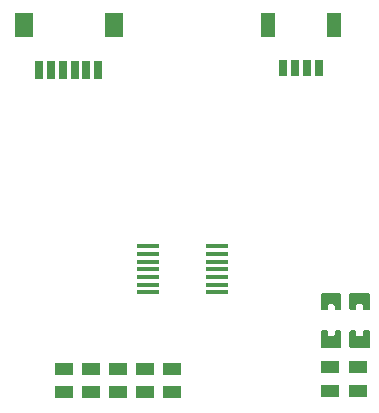
<source format=gbp>
G04 Layer: BottomPasteMaskLayer*
G04 EasyEDA v6.5.42, 2024-06-19 17:53:58*
G04 0aa094f9eb354ad99160228faad6b286,7c1e8d740ba24e6f83eb2d53d3341807,10*
G04 Gerber Generator version 0.2*
G04 Scale: 100 percent, Rotated: No, Reflected: No *
G04 Dimensions in millimeters *
G04 leading zeros omitted , absolute positions ,4 integer and 5 decimal *
%FSLAX45Y45*%
%MOMM*%

%AMMACRO1*4,1,4,-0.6001,-1,0.6001,-1,0.6001,1,-0.6001,1,-0.6001,-1,0*%
%AMMACRO2*4,1,4,-0.3001,-0.6749,0.3001,-0.6749,0.3001,0.6749,-0.3001,0.6749,-0.3001,-0.6749,0*%
%AMMACRO3*21,1,$1,$2,0,0,$3*%
%ADD10MACRO1*%
%ADD11MACRO2*%
%ADD12MACRO3,0.5999X1.5499X0.0000*%
%ADD13MACRO3,1.4999X2X0.0000*%
%ADD14MACRO3,1.8034X0.4064X0.0000*%
%ADD15MACRO3,1X1.5499X-90.0000*%

%LPD*%
G36*
X1180896Y-516788D02*
G01*
X1170889Y-526796D01*
X1170889Y-655320D01*
X1180896Y-665276D01*
X1333703Y-665276D01*
X1343710Y-655320D01*
X1343710Y-526796D01*
X1333703Y-516788D01*
X1296670Y-516788D01*
X1286662Y-526796D01*
X1286662Y-557276D01*
X1276654Y-567283D01*
X1237945Y-567283D01*
X1227937Y-557276D01*
X1227937Y-526796D01*
X1217930Y-516788D01*
G37*
G36*
X1180896Y-198323D02*
G01*
X1170889Y-208279D01*
X1170889Y-336804D01*
X1180896Y-346811D01*
X1217930Y-346811D01*
X1227937Y-336804D01*
X1227937Y-306324D01*
X1237945Y-296316D01*
X1276654Y-296316D01*
X1286662Y-306324D01*
X1286662Y-336804D01*
X1296670Y-346811D01*
X1333703Y-346811D01*
X1343710Y-336804D01*
X1343710Y-208279D01*
X1333703Y-198323D01*
G37*
G36*
X1422196Y-516788D02*
G01*
X1412189Y-526796D01*
X1412189Y-655320D01*
X1422196Y-665276D01*
X1575003Y-665276D01*
X1585010Y-655320D01*
X1585010Y-526796D01*
X1575003Y-516788D01*
X1537970Y-516788D01*
X1527962Y-526796D01*
X1527962Y-557276D01*
X1517954Y-567283D01*
X1479245Y-567283D01*
X1469237Y-557276D01*
X1469237Y-526796D01*
X1459230Y-516788D01*
G37*
G36*
X1422196Y-198323D02*
G01*
X1412189Y-208279D01*
X1412189Y-336804D01*
X1422196Y-346811D01*
X1459230Y-346811D01*
X1469237Y-336804D01*
X1469237Y-306324D01*
X1479245Y-296316D01*
X1517954Y-296316D01*
X1527962Y-306324D01*
X1527962Y-336804D01*
X1537970Y-346811D01*
X1575003Y-346811D01*
X1585010Y-336804D01*
X1585010Y-208279D01*
X1575003Y-198323D01*
G37*
D10*
G01*
X723303Y2069287D03*
G01*
X1283296Y2069287D03*
D11*
G01*
X853300Y1701800D03*
G01*
X953300Y1701800D03*
G01*
X1053299Y1701800D03*
G01*
X1153299Y1701800D03*
D12*
G01*
X-1215186Y1685848D03*
G01*
X-1115186Y1685848D03*
G01*
X-1015187Y1685848D03*
G01*
X-915187Y1685848D03*
G01*
X-815187Y1685848D03*
G01*
X-715187Y1685848D03*
D13*
G01*
X-585203Y2073351D03*
G01*
X-1345196Y2073351D03*
D14*
G01*
X289559Y-194995D03*
G01*
X289559Y-129997D03*
G01*
X289559Y-64998D03*
G01*
X289559Y0D03*
G01*
X289559Y64998D03*
G01*
X289559Y129997D03*
G01*
X289559Y194995D03*
G01*
X-289559Y194995D03*
G01*
X-289559Y129997D03*
G01*
X-289559Y64998D03*
G01*
X-289559Y0D03*
G01*
X-289559Y-64998D03*
G01*
X-289559Y-129997D03*
G01*
X-289559Y-194995D03*
D15*
G01*
X-1003300Y-839812D03*
G01*
X-1003300Y-1039812D03*
G01*
X-774700Y-839812D03*
G01*
X-774700Y-1039812D03*
G01*
X-546100Y-839812D03*
G01*
X-546100Y-1039812D03*
G01*
X-317500Y-839812D03*
G01*
X-317500Y-1039812D03*
G01*
X-88900Y-839812D03*
G01*
X-88900Y-1039812D03*
G01*
X1244600Y-827112D03*
G01*
X1244600Y-1027112D03*
G01*
X1485900Y-827112D03*
G01*
X1485900Y-1027112D03*
M02*

</source>
